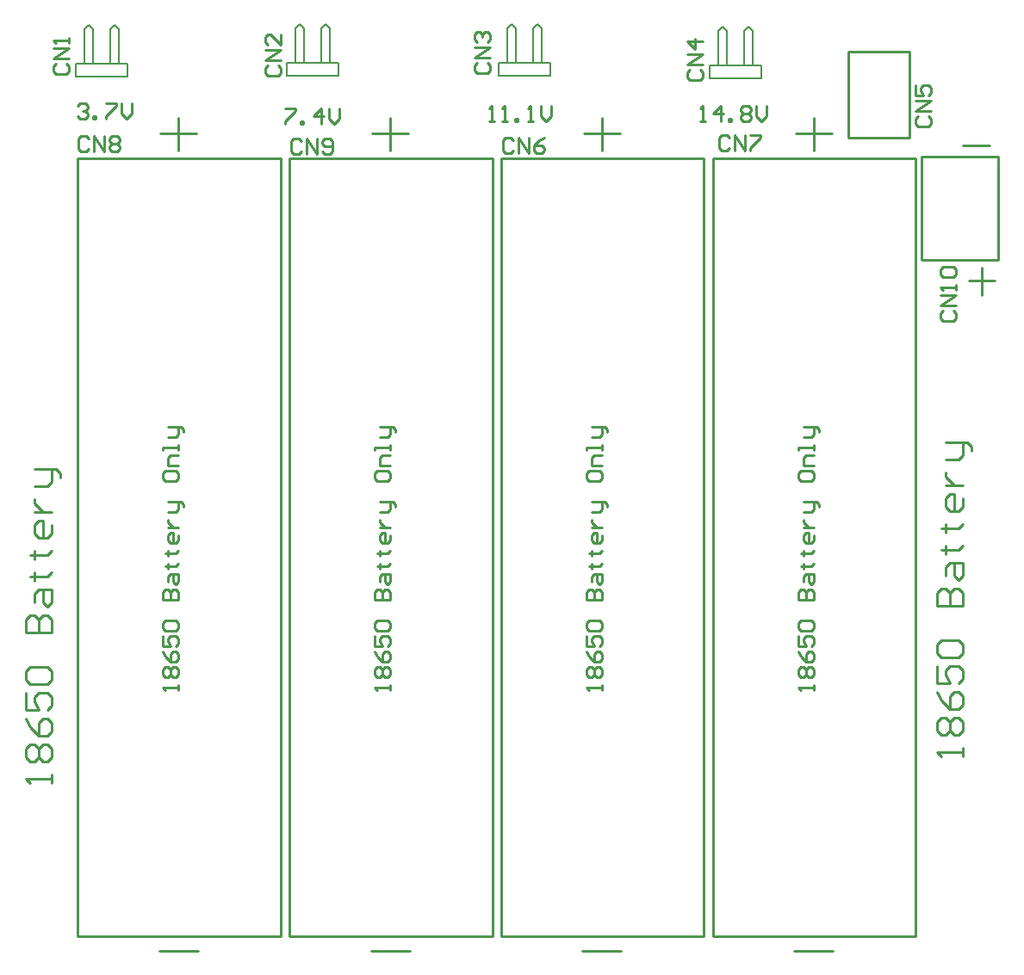
<source format=gto>
G04*
G04 #@! TF.GenerationSoftware,Altium Limited,Altium Designer,19.1.5 (86)*
G04*
G04 Layer_Color=65535*
%FSLAX24Y24*%
%MOIN*%
G70*
G01*
G75*
%ADD10C,0.0100*%
%ADD11C,0.0079*%
D10*
X10860Y32500D02*
X10860Y2350D01*
X3010Y2350D02*
X10860Y2350D01*
X3010D02*
X3010Y32500D01*
X10835D01*
X6210Y33450D02*
X7610D01*
X6910Y32800D02*
Y34050D01*
X6160Y1800D02*
X7660D01*
X19060Y32500D02*
X19060Y2350D01*
X11210Y2350D02*
X19060Y2350D01*
X11210D02*
X11210Y32500D01*
X19035D01*
X14410Y33450D02*
X15810D01*
X15110Y32800D02*
Y34050D01*
X14360Y1800D02*
X15860D01*
X27250Y32500D02*
X27250Y2350D01*
X19400Y2350D02*
X27250Y2350D01*
X19400D02*
X19400Y32500D01*
X27225D01*
X22600Y33450D02*
X24000D01*
X23300Y32800D02*
Y34050D01*
X22550Y1800D02*
X24050D01*
X35440Y32500D02*
X35440Y2350D01*
X27590Y2350D02*
X35440Y2350D01*
X27590D02*
X27590Y32500D01*
X35415D01*
X30790Y33450D02*
X32190D01*
X31490Y32800D02*
Y34050D01*
X30740Y1800D02*
X32240D01*
X38038Y33000D02*
X38290D01*
X37280D02*
X37532D01*
X38038D01*
X37490Y27750D02*
X38500D01*
X37990Y27180D02*
Y28240D01*
X35670Y28560D02*
Y32550D01*
X38650Y28560D02*
Y32550D01*
X35670D02*
X38650D01*
X35670Y28560D02*
X38650D01*
X32850Y33298D02*
Y36628D01*
Y33298D02*
X35200D01*
Y36628D01*
X32850D02*
X35200D01*
X3450Y33250D02*
X3350Y33350D01*
X3150D01*
X3050Y33250D01*
Y32850D01*
X3150Y32750D01*
X3350D01*
X3450Y32850D01*
X3650Y32750D02*
Y33350D01*
X4050Y32750D01*
Y33350D01*
X4250Y33250D02*
X4350Y33350D01*
X4550D01*
X4649Y33250D01*
Y33150D01*
X4550Y33050D01*
X4649Y32950D01*
Y32850D01*
X4550Y32750D01*
X4350D01*
X4250Y32850D01*
Y32950D01*
X4350Y33050D01*
X4250Y33150D01*
Y33250D01*
X4350Y33050D02*
X4550D01*
X6910Y11900D02*
Y12100D01*
Y12000D01*
X6310D01*
X6410Y11900D01*
Y12400D02*
X6310Y12500D01*
Y12700D01*
X6410Y12800D01*
X6510D01*
X6610Y12700D01*
X6710Y12800D01*
X6810D01*
X6910Y12700D01*
Y12500D01*
X6810Y12400D01*
X6710D01*
X6610Y12500D01*
X6510Y12400D01*
X6410D01*
X6610Y12500D02*
Y12700D01*
X6310Y13400D02*
X6410Y13200D01*
X6610Y13000D01*
X6810D01*
X6910Y13100D01*
Y13300D01*
X6810Y13400D01*
X6710D01*
X6610Y13300D01*
Y13000D01*
X6310Y13999D02*
Y13599D01*
X6610D01*
X6510Y13799D01*
Y13899D01*
X6610Y13999D01*
X6810D01*
X6910Y13899D01*
Y13699D01*
X6810Y13599D01*
X6410Y14199D02*
X6310Y14299D01*
Y14499D01*
X6410Y14599D01*
X6810D01*
X6910Y14499D01*
Y14299D01*
X6810Y14199D01*
X6410D01*
X6310Y15399D02*
X6910D01*
Y15699D01*
X6810Y15799D01*
X6710D01*
X6610Y15699D01*
Y15399D01*
Y15699D01*
X6510Y15799D01*
X6410D01*
X6310Y15699D01*
Y15399D01*
X6510Y16099D02*
Y16299D01*
X6610Y16399D01*
X6910D01*
Y16099D01*
X6810Y15999D01*
X6710Y16099D01*
Y16399D01*
X6410Y16698D02*
X6510D01*
Y16598D01*
Y16798D01*
Y16698D01*
X6810D01*
X6910Y16798D01*
X6410Y17198D02*
X6510D01*
Y17098D01*
Y17298D01*
Y17198D01*
X6810D01*
X6910Y17298D01*
Y17898D02*
Y17698D01*
X6810Y17598D01*
X6610D01*
X6510Y17698D01*
Y17898D01*
X6610Y17998D01*
X6710D01*
Y17598D01*
X6510Y18198D02*
X6910D01*
X6710D01*
X6610Y18298D01*
X6510Y18398D01*
Y18498D01*
Y18798D02*
X6810D01*
X6910Y18898D01*
Y19198D01*
X7010D01*
X7110Y19098D01*
Y18998D01*
X6910Y19198D02*
X6510D01*
X6310Y20297D02*
Y20097D01*
X6410Y19997D01*
X6810D01*
X6910Y20097D01*
Y20297D01*
X6810Y20397D01*
X6410D01*
X6310Y20297D01*
X6910Y20597D02*
X6510D01*
Y20897D01*
X6610Y20997D01*
X6910D01*
Y21197D02*
Y21397D01*
Y21297D01*
X6310D01*
Y21197D01*
X6510Y21697D02*
X6810D01*
X6910Y21797D01*
Y22097D01*
X7010D01*
X7110Y21997D01*
Y21897D01*
X6910Y22097D02*
X6510D01*
X11660Y33150D02*
X11560Y33250D01*
X11360D01*
X11260Y33150D01*
Y32750D01*
X11360Y32650D01*
X11560D01*
X11660Y32750D01*
X11860Y32650D02*
Y33250D01*
X12260Y32650D01*
Y33250D01*
X12460Y32750D02*
X12560Y32650D01*
X12760D01*
X12859Y32750D01*
Y33150D01*
X12760Y33250D01*
X12560D01*
X12460Y33150D01*
Y33050D01*
X12560Y32950D01*
X12859D01*
X15110Y11900D02*
Y12100D01*
Y12000D01*
X14510D01*
X14610Y11900D01*
Y12400D02*
X14510Y12500D01*
Y12700D01*
X14610Y12800D01*
X14710D01*
X14810Y12700D01*
X14910Y12800D01*
X15010D01*
X15110Y12700D01*
Y12500D01*
X15010Y12400D01*
X14910D01*
X14810Y12500D01*
X14710Y12400D01*
X14610D01*
X14810Y12500D02*
Y12700D01*
X14510Y13400D02*
X14610Y13200D01*
X14810Y13000D01*
X15010D01*
X15110Y13100D01*
Y13300D01*
X15010Y13400D01*
X14910D01*
X14810Y13300D01*
Y13000D01*
X14510Y13999D02*
Y13599D01*
X14810D01*
X14710Y13799D01*
Y13899D01*
X14810Y13999D01*
X15010D01*
X15110Y13899D01*
Y13699D01*
X15010Y13599D01*
X14610Y14199D02*
X14510Y14299D01*
Y14499D01*
X14610Y14599D01*
X15010D01*
X15110Y14499D01*
Y14299D01*
X15010Y14199D01*
X14610D01*
X14510Y15399D02*
X15110D01*
Y15699D01*
X15010Y15799D01*
X14910D01*
X14810Y15699D01*
Y15399D01*
Y15699D01*
X14710Y15799D01*
X14610D01*
X14510Y15699D01*
Y15399D01*
X14710Y16099D02*
Y16299D01*
X14810Y16399D01*
X15110D01*
Y16099D01*
X15010Y15999D01*
X14910Y16099D01*
Y16399D01*
X14610Y16698D02*
X14710D01*
Y16598D01*
Y16798D01*
Y16698D01*
X15010D01*
X15110Y16798D01*
X14610Y17198D02*
X14710D01*
Y17098D01*
Y17298D01*
Y17198D01*
X15010D01*
X15110Y17298D01*
Y17898D02*
Y17698D01*
X15010Y17598D01*
X14810D01*
X14710Y17698D01*
Y17898D01*
X14810Y17998D01*
X14910D01*
Y17598D01*
X14710Y18198D02*
X15110D01*
X14910D01*
X14810Y18298D01*
X14710Y18398D01*
Y18498D01*
Y18798D02*
X15010D01*
X15110Y18898D01*
Y19198D01*
X15210D01*
X15310Y19098D01*
Y18998D01*
X15110Y19198D02*
X14710D01*
X14510Y20297D02*
Y20097D01*
X14610Y19997D01*
X15010D01*
X15110Y20097D01*
Y20297D01*
X15010Y20397D01*
X14610D01*
X14510Y20297D01*
X15110Y20597D02*
X14710D01*
Y20897D01*
X14810Y20997D01*
X15110D01*
Y21197D02*
Y21397D01*
Y21297D01*
X14510D01*
Y21197D01*
X14710Y21697D02*
X15010D01*
X15110Y21797D01*
Y22097D01*
X15210D01*
X15310Y21997D01*
Y21897D01*
X15110Y22097D02*
X14710D01*
X19860Y33200D02*
X19760Y33300D01*
X19560D01*
X19460Y33200D01*
Y32800D01*
X19560Y32700D01*
X19760D01*
X19860Y32800D01*
X20060Y32700D02*
Y33300D01*
X20460Y32700D01*
Y33300D01*
X21059D02*
X20860Y33200D01*
X20660Y33000D01*
Y32800D01*
X20760Y32700D01*
X20960D01*
X21059Y32800D01*
Y32900D01*
X20960Y33000D01*
X20660D01*
X23300Y11900D02*
Y12100D01*
Y12000D01*
X22700D01*
X22800Y11900D01*
Y12400D02*
X22700Y12500D01*
Y12700D01*
X22800Y12800D01*
X22900D01*
X23000Y12700D01*
X23100Y12800D01*
X23200D01*
X23300Y12700D01*
Y12500D01*
X23200Y12400D01*
X23100D01*
X23000Y12500D01*
X22900Y12400D01*
X22800D01*
X23000Y12500D02*
Y12700D01*
X22700Y13400D02*
X22800Y13200D01*
X23000Y13000D01*
X23200D01*
X23300Y13100D01*
Y13300D01*
X23200Y13400D01*
X23100D01*
X23000Y13300D01*
Y13000D01*
X22700Y13999D02*
Y13599D01*
X23000D01*
X22900Y13799D01*
Y13899D01*
X23000Y13999D01*
X23200D01*
X23300Y13899D01*
Y13699D01*
X23200Y13599D01*
X22800Y14199D02*
X22700Y14299D01*
Y14499D01*
X22800Y14599D01*
X23200D01*
X23300Y14499D01*
Y14299D01*
X23200Y14199D01*
X22800D01*
X22700Y15399D02*
X23300D01*
Y15699D01*
X23200Y15799D01*
X23100D01*
X23000Y15699D01*
Y15399D01*
Y15699D01*
X22900Y15799D01*
X22800D01*
X22700Y15699D01*
Y15399D01*
X22900Y16099D02*
Y16299D01*
X23000Y16399D01*
X23300D01*
Y16099D01*
X23200Y15999D01*
X23100Y16099D01*
Y16399D01*
X22800Y16698D02*
X22900D01*
Y16598D01*
Y16798D01*
Y16698D01*
X23200D01*
X23300Y16798D01*
X22800Y17198D02*
X22900D01*
Y17098D01*
Y17298D01*
Y17198D01*
X23200D01*
X23300Y17298D01*
Y17898D02*
Y17698D01*
X23200Y17598D01*
X23000D01*
X22900Y17698D01*
Y17898D01*
X23000Y17998D01*
X23100D01*
Y17598D01*
X22900Y18198D02*
X23300D01*
X23100D01*
X23000Y18298D01*
X22900Y18398D01*
Y18498D01*
Y18798D02*
X23200D01*
X23300Y18898D01*
Y19198D01*
X23400D01*
X23500Y19098D01*
Y18998D01*
X23300Y19198D02*
X22900D01*
X22700Y20297D02*
Y20097D01*
X22800Y19997D01*
X23200D01*
X23300Y20097D01*
Y20297D01*
X23200Y20397D01*
X22800D01*
X22700Y20297D01*
X23300Y20597D02*
X22900D01*
Y20897D01*
X23000Y20997D01*
X23300D01*
Y21197D02*
Y21397D01*
Y21297D01*
X22700D01*
Y21197D01*
X22900Y21697D02*
X23200D01*
X23300Y21797D01*
Y22097D01*
X23400D01*
X23500Y21997D01*
Y21897D01*
X23300Y22097D02*
X22900D01*
X28230Y33280D02*
X28130Y33380D01*
X27930D01*
X27830Y33280D01*
Y32880D01*
X27930Y32780D01*
X28130D01*
X28230Y32880D01*
X28430Y32780D02*
Y33380D01*
X28830Y32780D01*
Y33380D01*
X29030D02*
X29429D01*
Y33280D01*
X29030Y32880D01*
Y32780D01*
X31490Y11900D02*
Y12100D01*
Y12000D01*
X30890D01*
X30990Y11900D01*
Y12400D02*
X30890Y12500D01*
Y12700D01*
X30990Y12800D01*
X31090D01*
X31190Y12700D01*
X31290Y12800D01*
X31390D01*
X31490Y12700D01*
Y12500D01*
X31390Y12400D01*
X31290D01*
X31190Y12500D01*
X31090Y12400D01*
X30990D01*
X31190Y12500D02*
Y12700D01*
X30890Y13400D02*
X30990Y13200D01*
X31190Y13000D01*
X31390D01*
X31490Y13100D01*
Y13300D01*
X31390Y13400D01*
X31290D01*
X31190Y13300D01*
Y13000D01*
X30890Y13999D02*
Y13599D01*
X31190D01*
X31090Y13799D01*
Y13899D01*
X31190Y13999D01*
X31390D01*
X31490Y13899D01*
Y13699D01*
X31390Y13599D01*
X30990Y14199D02*
X30890Y14299D01*
Y14499D01*
X30990Y14599D01*
X31390D01*
X31490Y14499D01*
Y14299D01*
X31390Y14199D01*
X30990D01*
X30890Y15399D02*
X31490D01*
Y15699D01*
X31390Y15799D01*
X31290D01*
X31190Y15699D01*
Y15399D01*
Y15699D01*
X31090Y15799D01*
X30990D01*
X30890Y15699D01*
Y15399D01*
X31090Y16099D02*
Y16299D01*
X31190Y16399D01*
X31490D01*
Y16099D01*
X31390Y15999D01*
X31290Y16099D01*
Y16399D01*
X30990Y16698D02*
X31090D01*
Y16598D01*
Y16798D01*
Y16698D01*
X31390D01*
X31490Y16798D01*
X30990Y17198D02*
X31090D01*
Y17098D01*
Y17298D01*
Y17198D01*
X31390D01*
X31490Y17298D01*
Y17898D02*
Y17698D01*
X31390Y17598D01*
X31190D01*
X31090Y17698D01*
Y17898D01*
X31190Y17998D01*
X31290D01*
Y17598D01*
X31090Y18198D02*
X31490D01*
X31290D01*
X31190Y18298D01*
X31090Y18398D01*
Y18498D01*
Y18798D02*
X31390D01*
X31490Y18898D01*
Y19198D01*
X31590D01*
X31690Y19098D01*
Y18998D01*
X31490Y19198D02*
X31090D01*
X30890Y20297D02*
Y20097D01*
X30990Y19997D01*
X31390D01*
X31490Y20097D01*
Y20297D01*
X31390Y20397D01*
X30990D01*
X30890Y20297D01*
X31490Y20597D02*
X31090D01*
Y20897D01*
X31190Y20997D01*
X31490D01*
Y21197D02*
Y21397D01*
Y21297D01*
X30890D01*
Y21197D01*
X31090Y21697D02*
X31390D01*
X31490Y21797D01*
Y22097D01*
X31590D01*
X31690Y21997D01*
Y21897D01*
X31490Y22097D02*
X31090D01*
X27090Y33920D02*
X27290D01*
X27190D01*
Y34520D01*
X27090Y34420D01*
X27890Y33920D02*
Y34520D01*
X27590Y34220D01*
X27990D01*
X28190Y33920D02*
Y34020D01*
X28290D01*
Y33920D01*
X28190D01*
X28689Y34420D02*
X28789Y34520D01*
X28989D01*
X29089Y34420D01*
Y34320D01*
X28989Y34220D01*
X29089Y34120D01*
Y34020D01*
X28989Y33920D01*
X28789D01*
X28689Y34020D01*
Y34120D01*
X28789Y34220D01*
X28689Y34320D01*
Y34420D01*
X28789Y34220D02*
X28989D01*
X29289Y34520D02*
Y34120D01*
X29489Y33920D01*
X29689Y34120D01*
Y34520D01*
X18950Y33920D02*
X19150D01*
X19050D01*
Y34520D01*
X18950Y34420D01*
X19450Y33920D02*
X19650D01*
X19550D01*
Y34520D01*
X19450Y34420D01*
X19950Y33920D02*
Y34020D01*
X20050D01*
Y33920D01*
X19950D01*
X20450D02*
X20649D01*
X20549D01*
Y34520D01*
X20450Y34420D01*
X20949Y34520D02*
Y34120D01*
X21149Y33920D01*
X21349Y34120D01*
Y34520D01*
X11050Y34420D02*
X11450D01*
Y34320D01*
X11050Y33920D01*
Y33820D01*
X11650D02*
Y33920D01*
X11750D01*
Y33820D01*
X11650D01*
X12450D02*
Y34420D01*
X12150Y34120D01*
X12550D01*
X12749Y34420D02*
Y34020D01*
X12949Y33820D01*
X13149Y34020D01*
Y34420D01*
X3010Y34520D02*
X3110Y34620D01*
X3310D01*
X3410Y34520D01*
Y34420D01*
X3310Y34320D01*
X3210D01*
X3310D01*
X3410Y34220D01*
Y34120D01*
X3310Y34020D01*
X3110D01*
X3010Y34120D01*
X3610Y34020D02*
Y34120D01*
X3710D01*
Y34020D01*
X3610D01*
X4110Y34620D02*
X4510D01*
Y34520D01*
X4110Y34120D01*
Y34020D01*
X4709Y34620D02*
Y34220D01*
X4909Y34020D01*
X5109Y34220D01*
Y34620D01*
X37270Y9310D02*
Y9643D01*
Y9477D01*
X36270D01*
X36437Y9310D01*
Y10143D02*
X36270Y10310D01*
Y10643D01*
X36437Y10810D01*
X36604D01*
X36770Y10643D01*
X36937Y10810D01*
X37103D01*
X37270Y10643D01*
Y10310D01*
X37103Y10143D01*
X36937D01*
X36770Y10310D01*
X36604Y10143D01*
X36437D01*
X36770Y10310D02*
Y10643D01*
X36270Y11809D02*
X36437Y11476D01*
X36770Y11143D01*
X37103D01*
X37270Y11309D01*
Y11643D01*
X37103Y11809D01*
X36937D01*
X36770Y11643D01*
Y11143D01*
X36270Y12809D02*
Y12142D01*
X36770D01*
X36604Y12476D01*
Y12642D01*
X36770Y12809D01*
X37103D01*
X37270Y12642D01*
Y12309D01*
X37103Y12142D01*
X36437Y13142D02*
X36270Y13309D01*
Y13642D01*
X36437Y13809D01*
X37103D01*
X37270Y13642D01*
Y13309D01*
X37103Y13142D01*
X36437D01*
X36270Y15141D02*
X37270D01*
Y15641D01*
X37103Y15808D01*
X36937D01*
X36770Y15641D01*
Y15141D01*
Y15641D01*
X36604Y15808D01*
X36437D01*
X36270Y15641D01*
Y15141D01*
X36604Y16308D02*
Y16641D01*
X36770Y16808D01*
X37270D01*
Y16308D01*
X37103Y16141D01*
X36937Y16308D01*
Y16808D01*
X36437Y17307D02*
X36604D01*
Y17141D01*
Y17474D01*
Y17307D01*
X37103D01*
X37270Y17474D01*
X36437Y18140D02*
X36604D01*
Y17974D01*
Y18307D01*
Y18140D01*
X37103D01*
X37270Y18307D01*
Y19307D02*
Y18974D01*
X37103Y18807D01*
X36770D01*
X36604Y18974D01*
Y19307D01*
X36770Y19473D01*
X36937D01*
Y18807D01*
X36604Y19807D02*
X37270D01*
X36937D01*
X36770Y19973D01*
X36604Y20140D01*
Y20306D01*
Y20806D02*
X37103D01*
X37270Y20973D01*
Y21473D01*
X37437D01*
X37603Y21306D01*
Y21140D01*
X37270Y21473D02*
X36604D01*
X2000Y8280D02*
Y8613D01*
Y8447D01*
X1000D01*
X1167Y8280D01*
Y9113D02*
X1000Y9280D01*
Y9613D01*
X1167Y9780D01*
X1334D01*
X1500Y9613D01*
X1667Y9780D01*
X1833D01*
X2000Y9613D01*
Y9280D01*
X1833Y9113D01*
X1667D01*
X1500Y9280D01*
X1334Y9113D01*
X1167D01*
X1500Y9280D02*
Y9613D01*
X1000Y10779D02*
X1167Y10446D01*
X1500Y10113D01*
X1833D01*
X2000Y10279D01*
Y10613D01*
X1833Y10779D01*
X1667D01*
X1500Y10613D01*
Y10113D01*
X1000Y11779D02*
Y11112D01*
X1500D01*
X1334Y11446D01*
Y11612D01*
X1500Y11779D01*
X1833D01*
X2000Y11612D01*
Y11279D01*
X1833Y11112D01*
X1167Y12112D02*
X1000Y12279D01*
Y12612D01*
X1167Y12779D01*
X1833D01*
X2000Y12612D01*
Y12279D01*
X1833Y12112D01*
X1167D01*
X1000Y14111D02*
X2000D01*
Y14611D01*
X1833Y14778D01*
X1667D01*
X1500Y14611D01*
Y14111D01*
Y14611D01*
X1334Y14778D01*
X1167D01*
X1000Y14611D01*
Y14111D01*
X1334Y15278D02*
Y15611D01*
X1500Y15778D01*
X2000D01*
Y15278D01*
X1833Y15111D01*
X1667Y15278D01*
Y15778D01*
X1167Y16277D02*
X1334D01*
Y16111D01*
Y16444D01*
Y16277D01*
X1833D01*
X2000Y16444D01*
X1167Y17110D02*
X1334D01*
Y16944D01*
Y17277D01*
Y17110D01*
X1833D01*
X2000Y17277D01*
Y18277D02*
Y17944D01*
X1833Y17777D01*
X1500D01*
X1334Y17944D01*
Y18277D01*
X1500Y18443D01*
X1667D01*
Y17777D01*
X1334Y18777D02*
X2000D01*
X1667D01*
X1500Y18943D01*
X1334Y19110D01*
Y19276D01*
Y19776D02*
X1833D01*
X2000Y19943D01*
Y20443D01*
X2167D01*
X2333Y20276D01*
Y20110D01*
X2000Y20443D02*
X1334D01*
X36510Y26600D02*
X36410Y26500D01*
Y26300D01*
X36510Y26200D01*
X36910D01*
X37010Y26300D01*
Y26500D01*
X36910Y26600D01*
X37010Y26800D02*
X36410D01*
X37010Y27200D01*
X36410D01*
X37010Y27400D02*
Y27600D01*
Y27500D01*
X36410D01*
X36510Y27400D01*
Y27899D02*
X36410Y27999D01*
Y28199D01*
X36510Y28299D01*
X36910D01*
X37010Y28199D01*
Y27999D01*
X36910Y27899D01*
X36510D01*
X35540Y34130D02*
X35440Y34030D01*
Y33830D01*
X35540Y33730D01*
X35940D01*
X36040Y33830D01*
Y34030D01*
X35940Y34130D01*
X36040Y34330D02*
X35440D01*
X36040Y34730D01*
X35440D01*
Y35329D02*
Y34930D01*
X35740D01*
X35640Y35130D01*
Y35230D01*
X35740Y35329D01*
X35940D01*
X36040Y35230D01*
Y35030D01*
X35940Y34930D01*
X26700Y35920D02*
X26600Y35820D01*
Y35620D01*
X26700Y35520D01*
X27100D01*
X27200Y35620D01*
Y35820D01*
X27100Y35920D01*
X27200Y36120D02*
X26600D01*
X27200Y36520D01*
X26600D01*
X27200Y37020D02*
X26600D01*
X26900Y36720D01*
Y37119D01*
X18470Y36170D02*
X18370Y36070D01*
Y35870D01*
X18470Y35770D01*
X18870D01*
X18970Y35870D01*
Y36070D01*
X18870Y36170D01*
X18970Y36370D02*
X18370D01*
X18970Y36770D01*
X18370D01*
X18470Y36970D02*
X18370Y37070D01*
Y37270D01*
X18470Y37369D01*
X18570D01*
X18670Y37270D01*
Y37170D01*
Y37270D01*
X18770Y37369D01*
X18870D01*
X18970Y37270D01*
Y37070D01*
X18870Y36970D01*
X10370Y36100D02*
X10270Y36000D01*
Y35800D01*
X10370Y35700D01*
X10770D01*
X10870Y35800D01*
Y36000D01*
X10770Y36100D01*
X10870Y36300D02*
X10270D01*
X10870Y36700D01*
X10270D01*
X10870Y37299D02*
Y36900D01*
X10470Y37299D01*
X10370D01*
X10270Y37200D01*
Y37000D01*
X10370Y36900D01*
X2160Y36160D02*
X2060Y36060D01*
Y35860D01*
X2160Y35760D01*
X2560D01*
X2660Y35860D01*
Y36060D01*
X2560Y36160D01*
X2660Y36360D02*
X2060D01*
X2660Y36760D01*
X2060D01*
X2660Y36960D02*
Y37160D01*
Y37060D01*
X2060D01*
X2160Y36960D01*
D11*
X27470Y36100D02*
X29470D01*
X27470Y35600D02*
Y36100D01*
X29470Y35600D02*
Y36100D01*
X27470Y35600D02*
X29470D01*
X29137Y36100D02*
Y37433D01*
X28970Y37600D02*
X29137Y37433D01*
X28803D02*
X28970Y37600D01*
X28803Y36100D02*
Y37433D01*
X28137Y36100D02*
Y37433D01*
X27970Y37600D02*
X28137Y37433D01*
X27803D02*
X27970Y37600D01*
X27803Y36100D02*
Y37433D01*
X19310Y36180D02*
X21310D01*
X19310Y35680D02*
Y36180D01*
X21310Y35680D02*
Y36180D01*
X19310Y35680D02*
X21310D01*
X20977Y36180D02*
Y37513D01*
X20810Y37680D02*
X20977Y37513D01*
X20643D02*
X20810Y37680D01*
X20643Y36180D02*
Y37513D01*
X19977Y36180D02*
Y37513D01*
X19810Y37680D02*
X19977Y37513D01*
X19643D02*
X19810Y37680D01*
X19643Y36180D02*
Y37513D01*
X2950Y36150D02*
X4950D01*
X2950Y35650D02*
Y36150D01*
X4950Y35650D02*
Y36150D01*
X2950Y35650D02*
X4950D01*
X4617Y36150D02*
Y37483D01*
X4450Y37650D02*
X4617Y37483D01*
X4283D02*
X4450Y37650D01*
X4283Y36150D02*
Y37483D01*
X3617Y36150D02*
Y37483D01*
X3450Y37650D02*
X3617Y37483D01*
X3283D02*
X3450Y37650D01*
X3283Y36150D02*
Y37483D01*
X11090Y36170D02*
X13090D01*
X11090Y35670D02*
Y36170D01*
X13090Y35670D02*
Y36170D01*
X11090Y35670D02*
X13090D01*
X12757Y36170D02*
Y37503D01*
X12590Y37670D02*
X12757Y37503D01*
X12423D02*
X12590Y37670D01*
X12423Y36170D02*
Y37503D01*
X11757Y36170D02*
Y37503D01*
X11590Y37670D02*
X11757Y37503D01*
X11423D02*
X11590Y37670D01*
X11423Y36170D02*
Y37503D01*
M02*

</source>
